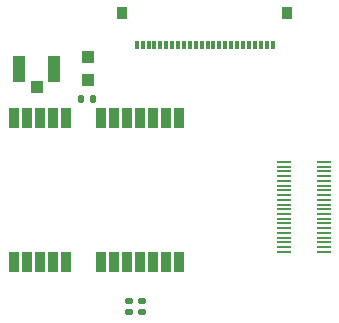
<source format=gts>
%TF.GenerationSoftware,KiCad,Pcbnew,7.0.2*%
%TF.CreationDate,2023-07-30T22:12:35-04:00*%
%TF.ProjectId,CameraBoard,43616d65-7261-4426-9f61-72642e6b6963,rev?*%
%TF.SameCoordinates,Original*%
%TF.FileFunction,Soldermask,Top*%
%TF.FilePolarity,Negative*%
%FSLAX46Y46*%
G04 Gerber Fmt 4.6, Leading zero omitted, Abs format (unit mm)*
G04 Created by KiCad (PCBNEW 7.0.2) date 2023-07-30 22:12:35*
%MOMM*%
%LPD*%
G01*
G04 APERTURE LIST*
G04 Aperture macros list*
%AMRoundRect*
0 Rectangle with rounded corners*
0 $1 Rounding radius*
0 $2 $3 $4 $5 $6 $7 $8 $9 X,Y pos of 4 corners*
0 Add a 4 corners polygon primitive as box body*
4,1,4,$2,$3,$4,$5,$6,$7,$8,$9,$2,$3,0*
0 Add four circle primitives for the rounded corners*
1,1,$1+$1,$2,$3*
1,1,$1+$1,$4,$5*
1,1,$1+$1,$6,$7*
1,1,$1+$1,$8,$9*
0 Add four rect primitives between the rounded corners*
20,1,$1+$1,$2,$3,$4,$5,0*
20,1,$1+$1,$4,$5,$6,$7,0*
20,1,$1+$1,$6,$7,$8,$9,0*
20,1,$1+$1,$8,$9,$2,$3,0*%
G04 Aperture macros list end*
%ADD10R,0.300000X0.800000*%
%ADD11R,0.950000X1.000000*%
%ADD12R,1.000000X1.000000*%
%ADD13RoundRect,0.140000X-0.170000X0.140000X-0.170000X-0.140000X0.170000X-0.140000X0.170000X0.140000X0*%
%ADD14RoundRect,0.063500X0.400000X-0.800000X0.400000X0.800000X-0.400000X0.800000X-0.400000X-0.800000X0*%
%ADD15RoundRect,0.135000X0.135000X0.185000X-0.135000X0.185000X-0.135000X-0.185000X0.135000X-0.185000X0*%
%ADD16R,1.000000X1.050000*%
%ADD17R,1.050000X2.200000*%
%ADD18R,1.200000X0.230000*%
G04 APERTURE END LIST*
D10*
X53425000Y-86800000D03*
X52925000Y-86800000D03*
X52425000Y-86800000D03*
X51925000Y-86800000D03*
X51425000Y-86800000D03*
X50925000Y-86800000D03*
X50425000Y-86800000D03*
X49925000Y-86800000D03*
X49425000Y-86800000D03*
X48925000Y-86800000D03*
X48425000Y-86800000D03*
X47925000Y-86800000D03*
X47425000Y-86800000D03*
X46925000Y-86800000D03*
X46425000Y-86800000D03*
X45925000Y-86800000D03*
X45425000Y-86800000D03*
X44925000Y-86800000D03*
X44425000Y-86800000D03*
X43925000Y-86800000D03*
X43425000Y-86800000D03*
X42925000Y-86800000D03*
X42425000Y-86800000D03*
X41925000Y-86800000D03*
D11*
X54650000Y-84100000D03*
X40700000Y-84100000D03*
D12*
X37800000Y-89800000D03*
D13*
X42400000Y-108440000D03*
X42400000Y-109400000D03*
D14*
X45500000Y-93000000D03*
X44400000Y-93000000D03*
X43300000Y-93000000D03*
X42200000Y-93000000D03*
X41100000Y-93000000D03*
X40000000Y-93000000D03*
X38900000Y-93000000D03*
X35900000Y-93000000D03*
X34800000Y-93000000D03*
X33700000Y-93000000D03*
X32600000Y-93000000D03*
X31500000Y-93000000D03*
X31500000Y-105200000D03*
X32600000Y-105200000D03*
X33700000Y-105200000D03*
X34800000Y-105200000D03*
X35900000Y-105200000D03*
X38900000Y-105200000D03*
X40000000Y-105200000D03*
X41100000Y-105200000D03*
X42200000Y-105200000D03*
X43300000Y-105200000D03*
X44400000Y-105200000D03*
X45500000Y-105200000D03*
D13*
X41300000Y-108440000D03*
X41300000Y-109400000D03*
D15*
X38210000Y-91400000D03*
X37190000Y-91400000D03*
D16*
X33475000Y-90325000D03*
D17*
X32000000Y-88800000D03*
X34950000Y-88800000D03*
D18*
X57800000Y-96700000D03*
X54380000Y-96700000D03*
X57800000Y-97100000D03*
X54380000Y-97100000D03*
X57800000Y-97500000D03*
X54380000Y-97500000D03*
X57800000Y-97900000D03*
X54380000Y-97900000D03*
X57800000Y-98300000D03*
X54380000Y-98300000D03*
X57800000Y-98700000D03*
X54380000Y-98700000D03*
X57800000Y-99100000D03*
X54380000Y-99100000D03*
X57800000Y-99500000D03*
X54380000Y-99500000D03*
X57800000Y-99900000D03*
X54380000Y-99900000D03*
X57800000Y-100300000D03*
X54380000Y-100300000D03*
X57800000Y-100700000D03*
X54380000Y-100700000D03*
X57800000Y-101100000D03*
X54380000Y-101100000D03*
X57800000Y-101500000D03*
X54380000Y-101500000D03*
X57800000Y-101900000D03*
X54380000Y-101900000D03*
X57800000Y-102300000D03*
X54380000Y-102300000D03*
X57800000Y-102700000D03*
X54380000Y-102700000D03*
X57800000Y-103100000D03*
X54380000Y-103100000D03*
X57800000Y-103500000D03*
X54380000Y-103500000D03*
X57800000Y-103900000D03*
X54380000Y-103900000D03*
X57800000Y-104300000D03*
X54380000Y-104300000D03*
D12*
X37800000Y-87800000D03*
M02*

</source>
